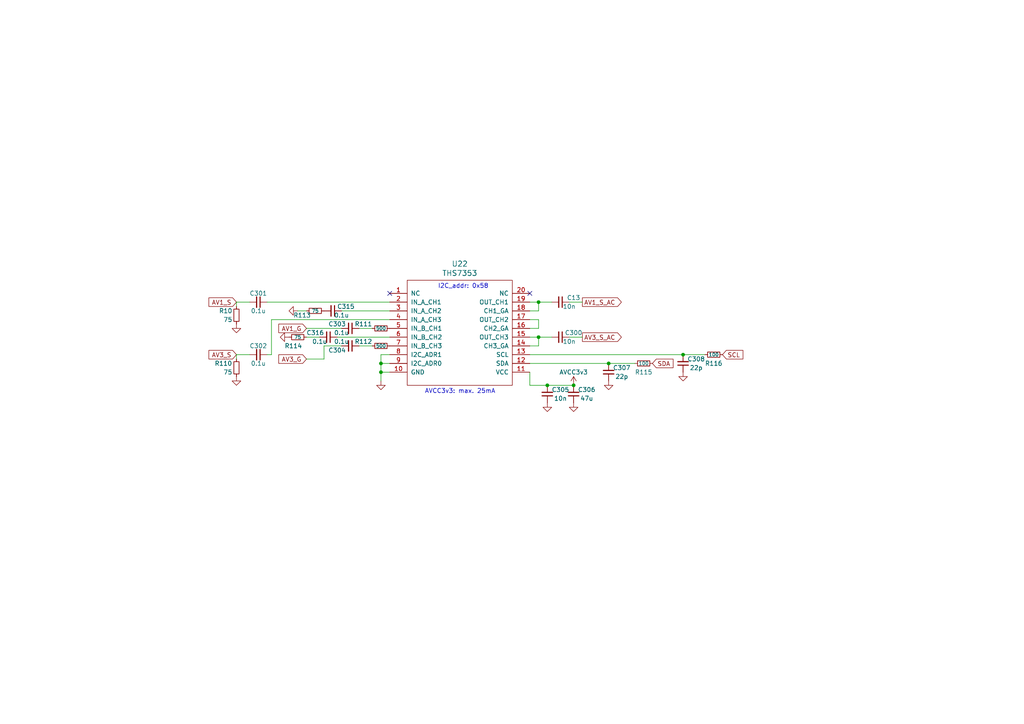
<source format=kicad_sch>
(kicad_sch (version 20230121) (generator eeschema)
  (paper "A4")
  (title_block (title "OSSC Pro") (date "2023-08-17") (rev "1.5"))
  (lib_symbols
    (symbol "Device:C_Small" (pin_numbers hide) (pin_names (offset 0.254) hide)
      (property "Reference" "C" (at 0.254 1.778 0))
      (property "Value" "C_Small" (at 0.254 -2.032 0))
      (symbol "C_Small_0_1"
        (polyline (pts (xy -1.524 -0.508) (xy 1.524 -0.508)) (stroke (width 0.3302)))
        (polyline (pts (xy -1.524 0.508) (xy 1.524 0.508)) (stroke (width 0.3048)))
      )
      (symbol "C_Small_1_1"
        (pin passive line (at 0 2.54 270) (length 2.032) (name "~") (number "1"))
        (pin passive line (at 0 -2.54 90) (length 2.032) (name "~") (number "2"))
      )
    )
    (symbol "Device:R_Small" (pin_numbers hide) (pin_names (offset 0.254) hide)
      (property "Reference" "R" (at 0.762 0.508 0))
      (property "Value" "R_Small" (at 0.762 -1.016 0))
      (symbol "R_Small_0_1"
        (rectangle (start -0.762 1.778) (end 0.762 -1.778) (stroke (width 0.2032)))
      )
      (symbol "R_Small_1_1"
        (pin passive line (at 0 2.54 270) (length 0.762) (name "~") (number "1"))
        (pin passive line (at 0 -2.54 90) (length 0.762) (name "~") (number "2"))
      )
    )
    (symbol "custom_components:AVCC3v3" (power) (pin_names (offset 0))
      (property "Value" "AVCC3v3" (at 0 3.556 0))
      (symbol "AVCC3v3_0_1"
        (polyline (pts (xy -0.762 1.27) (xy 0 2.54)))
        (polyline (pts (xy 0 0) (xy 0 2.54)))
        (polyline (pts (xy 0 2.54) (xy 0.762 1.27)))
      )
      (symbol "AVCC3v3_1_1"
        (pin power_in line (at 0 0 90) (length 0) hide (name "AVCC3v3") (number "1"))
      )
    )
    (symbol "custom_components:THS7353" (pin_names (offset 1.016))
      (property "Reference" "U" (at 3.81 -11.43 0))
      (property "Value" "THS7353" (at 3.81 13.97 0))
      (symbol "THS7353_0_1"
        (rectangle (start -10.16 16.51) (end 20.32 -13.97))
      )
      (symbol "THS7353_1_1"
        (pin input line (at -15.24 12.7 0) (length 5.08) (name "NC") (number "1"))
        (pin power_in line (at -15.24 -10.16 0) (length 5.08) (name "GND") (number "10"))
        (pin power_in line (at 25.4 -10.16 180) (length 5.08) (name "VCC") (number "11"))
        (pin bidirectional line (at 25.4 -7.62 180) (length 5.08) (name "SDA") (number "12"))
        (pin input line (at 25.4 -5.08 180) (length 5.08) (name "SCL") (number "13"))
        (pin input line (at 25.4 -2.54 180) (length 5.08) (name "CH3_GA") (number "14"))
        (pin output line (at 25.4 0 180) (length 5.08) (name "OUT_CH3") (number "15"))
        (pin input line (at 25.4 2.54 180) (length 5.08) (name "CH2_GA") (number "16"))
        (pin output line (at 25.4 5.08 180) (length 5.08) (name "OUT_CH2") (number "17"))
        (pin input line (at 25.4 7.62 180) (length 5.08) (name "CH1_GA") (number "18"))
        (pin output line (at 25.4 10.16 180) (length 5.08) (name "OUT_CH1") (number "19"))
        (pin input line (at -15.24 10.16 0) (length 5.08) (name "IN_A_CH1") (number "2"))
        (pin input line (at 25.4 12.7 180) (length 5.08) (name "NC") (number "20"))
        (pin input line (at -15.24 7.62 0) (length 5.08) (name "IN_A_CH2") (number "3"))
        (pin input line (at -15.24 5.08 0) (length 5.08) (name "IN_A_CH3") (number "4"))
        (pin input line (at -15.24 2.54 0) (length 5.08) (name "IN_B_CH1") (number "5"))
        (pin input line (at -15.24 0 0) (length 5.08) (name "IN_B_CH2") (number "6"))
        (pin input line (at -15.24 -2.54 0) (length 5.08) (name "IN_B_CH3") (number "7"))
        (pin input line (at -15.24 -5.08 0) (length 5.08) (name "I2C_ADR1") (number "8"))
        (pin input line (at -15.24 -7.62 0) (length 5.08) (name "I2C_ADR0") (number "9"))
      )
    )
    (symbol "power:GND" (power) (pin_names (offset 0))
      (property "Value" "GND" (at 0 -3.81 0))
      (symbol "GND_0_1"
        (polyline (pts (xy 0 0) (xy 0 -1.27) (xy 1.27 -1.27) (xy 0 -2.54) (xy -1.27 -1.27) (xy 0 -1.27)))
      )
      (symbol "GND_1_1"
        (pin power_in line (at 0 0 270) (length 0) hide (name "GND") (number "1"))
      )
    )
  )
  (junction (at 110.49 105.41))
  (junction (at 156.21 97.79))
  (junction (at 156.21 87.63))
  (junction (at 198.12 102.87))
  (junction (at 176.53 105.41))
  (junction (at 110.49 107.95))
  (junction (at 166.37 111.76))
  (junction (at 158.75 111.76))
  (no_connect (at 153.67 85.09))
  (no_connect (at 113.03 85.09))
  (wire (pts (xy 153.67 102.87) (xy 198.12 102.87)))
  (wire (pts (xy 113.03 97.79) (xy 97.79 97.79)))
  (wire (pts (xy 113.03 90.17) (xy 99.06 90.17)))
  (wire (pts (xy 156.21 92.71) (xy 156.21 95.25)))
  (wire (pts (xy 158.75 111.76) (xy 166.37 111.76)))
  (wire (pts (xy 153.67 111.76) (xy 158.75 111.76)))
  (wire (pts (xy 107.95 95.25) (xy 104.14 95.25)))
  (wire (pts (xy 72.39 87.63) (xy 68.58 87.63)))
  (wire (pts (xy 156.21 87.63) (xy 160.02 87.63)))
  (wire (pts (xy 68.58 87.63) (xy 68.58 88.9)))
  (wire (pts (xy 204.47 102.87) (xy 198.12 102.87)))
  (wire (pts (xy 156.21 95.25) (xy 153.67 95.25)))
  (wire (pts (xy 156.21 90.17) (xy 156.21 87.63)))
  (wire (pts (xy 77.47 87.63) (xy 113.03 87.63)))
  (wire (pts (xy 99.06 95.25) (xy 88.9 95.25)))
  (wire (pts (xy 184.15 105.41) (xy 176.53 105.41)))
  (wire (pts (xy 156.21 97.79) (xy 160.02 97.79)))
  (wire (pts (xy 68.58 102.87) (xy 72.39 102.87)))
  (wire (pts (xy 107.95 100.33) (xy 104.14 100.33)))
  (wire (pts (xy 110.49 105.41) (xy 110.49 107.95)))
  (wire (pts (xy 88.9 104.14) (xy 93.98 104.14)))
  (wire (pts (xy 153.67 90.17) (xy 156.21 90.17)))
  (wire (pts (xy 153.67 105.41) (xy 176.53 105.41)))
  (wire (pts (xy 110.49 110.49) (xy 110.49 107.95)))
  (wire (pts (xy 156.21 100.33) (xy 156.21 97.79)))
  (wire (pts (xy 153.67 97.79) (xy 156.21 97.79)))
  (wire (pts (xy 113.03 102.87) (xy 110.49 102.87)))
  (wire (pts (xy 113.03 92.71) (xy 78.74 92.71)))
  (wire (pts (xy 153.67 100.33) (xy 156.21 100.33)))
  (wire (pts (xy 153.67 92.71) (xy 156.21 92.71)))
  (wire (pts (xy 88.9 90.17) (xy 86.36 90.17)))
  (wire (pts (xy 110.49 102.87) (xy 110.49 105.41)))
  (wire (pts (xy 78.74 102.87) (xy 77.47 102.87)))
  (wire (pts (xy 168.91 97.79) (xy 165.1 97.79)))
  (wire (pts (xy 78.74 92.71) (xy 78.74 102.87)))
  (wire (pts (xy 113.03 105.41) (xy 110.49 105.41)))
  (wire (pts (xy 168.91 87.63) (xy 165.1 87.63)))
  (wire (pts (xy 110.49 107.95) (xy 113.03 107.95)))
  (wire (pts (xy 93.98 104.14) (xy 93.98 100.33)))
  (wire (pts (xy 153.67 87.63) (xy 156.21 87.63)))
  (wire (pts (xy 99.06 100.33) (xy 93.98 100.33)))
  (wire (pts (xy 68.58 104.14) (xy 68.58 102.87)))
  (wire (pts (xy 88.9 97.79) (xy 92.71 97.79)))
  (wire (pts (xy 153.67 107.95) (xy 153.67 111.76)))
  (text "AVCC3v3: max. 25mA" (at 123.19 114.3 0) (effects (font (size 1.27 1.27)) (justify left bottom)))
  (text "I2C_addr: 0x58" (at 127 83.82 0) (effects (font (size 1.27 1.27)) (justify left bottom)))
  (global_label "SCL" (shape input) (at 209.55 102.87 0) (property "Intersheetrefs" "${INTERSHEET_REFS}" (effects hide)))
  (global_label "AV3_S" (shape input) (at 68.58 102.87 180) (property "Intersheetrefs" "${INTERSHEET_REFS}" (effects hide)))
  (global_label "AV1_S" (shape input) (at 68.58 87.63 180) (property "Intersheetrefs" "${INTERSHEET_REFS}" (effects hide)))
  (global_label "SDA" (shape input) (at 189.23 105.41 0) (property "Intersheetrefs" "${INTERSHEET_REFS}" (effects hide)))
  (global_label "AV1_S_AC" (shape output) (at 168.91 87.63 0) (property "Intersheetrefs" "${INTERSHEET_REFS}" (effects hide)))
  (global_label "AV1_G" (shape input) (at 88.9 95.25 180) (property "Intersheetrefs" "${INTERSHEET_REFS}" (effects hide)))
  (global_label "AV3_S_AC" (shape output) (at 168.91 97.79 0) (property "Intersheetrefs" "${INTERSHEET_REFS}" (effects hide)))
  (global_label "AV3_G" (shape input) (at 88.9 104.14 180) (property "Intersheetrefs" "${INTERSHEET_REFS}" (effects hide)))
  (symbol (lib_id "custom_components:THS7353") (at 128.27 97.79 0) (unit 1)
    (property "Reference" "U22" (at 133.35 76.5302 0) (effects (font (size 1.524 1.524))))
    (property "Value" "THS7353" (at 133.35 79.2226 0) (effects (font (size 1.524 1.524))))
    (property "Footprint" "Package_SO:TSSOP-20_4.4x6.5mm_P0.65mm" (effects hide))
  )
  (symbol (lib_id "Device:R_Small") (at 68.58 91.44 0) (unit 1)
    (property "Reference" "R10" (at 63.5 90.17 0) (effects (justify left)))
    (property "Value" "75" (at 64.77 92.71 0) (effects (justify left)))
    (property "Footprint" "Resistor_SMD:R_0603_1608Metric" (effects hide))
  )
  (symbol (lib_id "Device:R_Small") (at 68.58 106.68 0) (unit 1)
    (property "Reference" "R110" (at 62.23 105.41 0) (effects (justify left)))
    (property "Value" "75" (at 64.77 107.95 0) (effects (justify left)))
    (property "Footprint" "Resistor_SMD:R_0603_1608Metric" (effects hide))
  )
  (symbol (lib_id "Device:R_Small") (at 91.44 90.17 270) (unit 1)
    (property "Reference" "R113" (at 87.63 91.44 90))
    (property "Value" "75" (at 91.44 90.17 90) (effects (font (size 0.9906 0.9906))))
    (property "Footprint" "Resistor_SMD:R_0603_1608Metric" (effects hide))
  )
  (symbol (lib_id "Device:R_Small") (at 86.36 97.79 270) (unit 1)
    (property "Reference" "R114" (at 85.09 100.33 90))
    (property "Value" "75" (at 86.36 97.79 90) (effects (font (size 0.9906 0.9906))))
    (property "Footprint" "Resistor_SMD:R_0603_1608Metric" (effects hide))
  )
  (symbol (lib_id "Device:C_Small") (at 74.93 87.63 270) (unit 1)
    (property "Reference" "C301" (at 74.93 85.09 90))
    (property "Value" "0.1u" (at 74.93 90.17 90))
    (property "Footprint" "Capacitor_SMD:C_0402_1005Metric" (effects hide))
  )
  (symbol (lib_id "Device:C_Small") (at 96.52 90.17 270) (unit 1)
    (property "Reference" "C315" (at 100.33 88.9 90))
    (property "Value" "0.1u" (at 99.06 91.44 90))
    (property "Footprint" "Capacitor_SMD:C_0402_1005Metric" (effects hide))
  )
  (symbol (lib_id "power:GND") (at 86.36 90.17 270) (unit 1)
    (property "Reference" "#PWR0101" (effects hide))
    (property "Value" "GND" (effects hide))
  )
  (symbol (lib_id "Device:R_Small") (at 110.49 95.25 270) (unit 1)
    (property "Reference" "R111" (at 105.41 93.98 90))
    (property "Value" "500" (at 110.49 95.25 90) (effects (font (size 0.9906 0.9906))))
    (property "Footprint" "Resistor_SMD:R_0402_1005Metric" (effects hide))
  )
  (symbol (lib_id "Device:R_Small") (at 110.49 100.33 270) (unit 1)
    (property "Reference" "R112" (at 105.41 99.06 90))
    (property "Value" "500" (at 110.49 100.33 90) (effects (font (size 0.9906 0.9906))))
    (property "Footprint" "Resistor_SMD:R_0402_1005Metric" (effects hide))
  )
  (symbol (lib_id "Device:C_Small") (at 101.6 95.25 270) (unit 1)
    (property "Reference" "C303" (at 97.79 93.98 90))
    (property "Value" "0.1u" (at 99.06 96.52 90))
    (property "Footprint" "Capacitor_SMD:C_0402_1005Metric" (effects hide))
  )
  (symbol (lib_id "Device:C_Small") (at 95.25 97.79 270) (unit 1)
    (property "Reference" "C316" (at 91.44 96.52 90))
    (property "Value" "0.1u" (at 92.71 99.06 90))
    (property "Footprint" "Capacitor_SMD:C_0402_1005Metric" (effects hide))
  )
  (symbol (lib_id "power:GND") (at 83.82 97.79 270) (unit 1)
    (property "Reference" "#PWR0102" (effects hide))
    (property "Value" "GND" (effects hide))
  )
  (symbol (lib_id "Device:C_Small") (at 101.6 100.33 270) (unit 1)
    (property "Reference" "C304" (at 97.79 101.6 90))
    (property "Value" "0.1u" (at 99.06 99.06 90))
    (property "Footprint" "Capacitor_SMD:C_0402_1005Metric" (effects hide))
  )
  (symbol (lib_id "power:GND") (at 68.58 93.98 0) (unit 1)
    (property "Reference" "#PWR0103" (effects hide))
    (property "Value" "GND" (effects hide))
  )
  (symbol (lib_id "Device:C_Small") (at 74.93 102.87 270) (unit 1)
    (property "Reference" "C302" (at 74.93 100.33 90))
    (property "Value" "0.1u" (at 74.93 105.41 90))
    (property "Footprint" "Capacitor_SMD:C_0402_1005Metric" (effects hide))
  )
  (symbol (lib_id "power:GND") (at 68.58 109.22 0) (unit 1)
    (property "Reference" "#PWR0104" (effects hide))
    (property "Value" "GND" (effects hide))
  )
  (symbol (lib_id "power:GND") (at 110.49 110.49 0) (unit 1)
    (property "Reference" "#PWR0105" (effects hide))
    (property "Value" "GND" (effects hide))
  )
  (symbol (lib_id "Device:C_Small") (at 162.56 87.63 270) (unit 1)
    (property "Reference" "C13" (at 166.37 86.36 90))
    (property "Value" "10n" (at 165.1 88.9 90))
    (property "Footprint" "Capacitor_SMD:C_0402_1005Metric" (effects hide))
  )
  (symbol (lib_id "Device:C_Small") (at 162.56 97.79 270) (unit 1)
    (property "Reference" "C300" (at 166.37 96.52 90))
    (property "Value" "10n" (at 165.1 99.06 90))
    (property "Footprint" "Capacitor_SMD:C_0402_1005Metric" (effects hide))
  )
  (symbol (lib_id "Device:C_Small") (at 158.75 114.3 180) (unit 1)
    (property "Reference" "C305" (at 162.56 113.03 0))
    (property "Value" "10n" (at 162.56 115.57 0))
    (property "Footprint" "Capacitor_SMD:C_0402_1005Metric" (effects hide))
  )
  (symbol (lib_id "Device:C_Small") (at 166.37 114.3 180) (unit 1)
    (property "Reference" "C306" (at 170.18 113.03 0))
    (property "Value" "47u" (at 170.18 115.57 0))
    (property "Footprint" "Capacitor_SMD:C_0805_2012Metric" (effects hide))
  )
  (symbol (lib_id "power:GND") (at 158.75 116.84 0) (unit 1)
    (property "Reference" "#PWR0106" (effects hide))
    (property "Value" "GND" (effects hide))
  )
  (symbol (lib_id "power:GND") (at 166.37 116.84 0) (unit 1)
    (property "Reference" "#PWR0107" (effects hide))
    (property "Value" "GND" (effects hide))
  )
  (symbol (lib_id "Device:C_Small") (at 176.53 107.95 180) (unit 1)
    (property "Reference" "C307" (at 180.34 106.68 0))
    (property "Value" "22p" (at 180.34 109.22 0))
    (property "Footprint" "Capacitor_SMD:C_0402_1005Metric" (effects hide))
  )
  (symbol (lib_id "power:GND") (at 176.53 110.49 0) (unit 1)
    (property "Reference" "#PWR0108" (effects hide))
    (property "Value" "GND" (effects hide))
  )
  (symbol (lib_id "Device:R_Small") (at 186.69 105.41 270) (unit 1)
    (property "Reference" "R115" (at 186.69 107.95 90))
    (property "Value" "100" (at 186.69 105.41 90) (effects (font (size 0.9906 0.9906))))
    (property "Footprint" "Resistor_SMD:R_0402_1005Metric" (effects hide))
  )
  (symbol (lib_id "Device:R_Small") (at 207.01 102.87 270) (unit 1)
    (property "Reference" "R116" (at 207.01 105.41 90))
    (property "Value" "100" (at 207.01 102.87 90) (effects (font (size 0.9906 0.9906))))
    (property "Footprint" "Resistor_SMD:R_0402_1005Metric" (effects hide))
  )
  (symbol (lib_id "Device:C_Small") (at 198.12 105.41 180) (unit 1)
    (property "Reference" "C308" (at 201.93 104.14 0))
    (property "Value" "22p" (at 201.93 106.68 0))
    (property "Footprint" "Capacitor_SMD:C_0402_1005Metric" (effects hide))
  )
  (symbol (lib_id "power:GND") (at 198.12 107.95 0) (unit 1)
    (property "Reference" "#PWR0109" (effects hide))
    (property "Value" "GND" (effects hide))
  )
  (symbol (lib_id "custom_components:AVCC3v3") (at 166.37 111.76 0) (unit 1)
    (property "Reference" "#PWR0110" (effects hide))
    (property "Value" "AVCC3v3" (at 166.37 107.95 0))
  )
)
</source>
